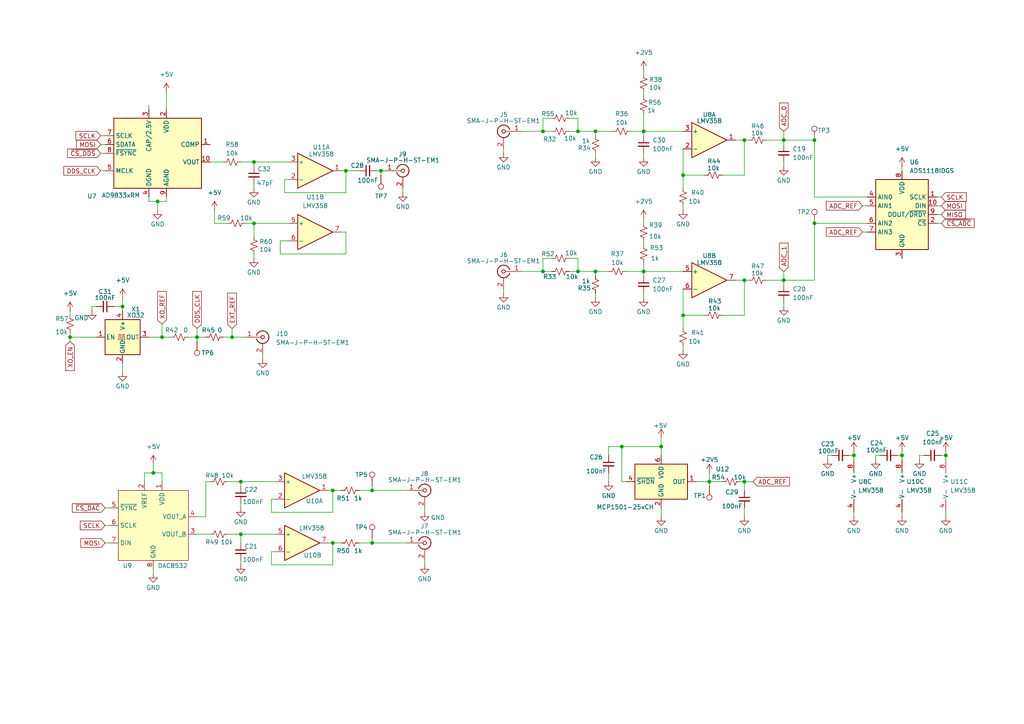
<source format=kicad_sch>
(kicad_sch (version 20231120) (generator "eeschema") (generator_version "8.0")
  (paper "A4")
  (lib_symbols
    (symbol "Amplifier_Operational:LMV358" (pin_names (offset 0.127))
      (property "Reference" "U" (at 0 5.08 0))
      (property "Value" "LMV358" (at 0 -5.08 0))
      (symbol "LMV358_1_1"
        (pin output line (at 7.62 0 180) (length 2.54) (name "~") (number "1"))
        (pin input line (at -7.62 -2.54 0) (length 2.54) (name "-") (number "2"))
        (pin input line (at -7.62 2.54 0) (length 2.54) (name "+") (number "3"))
      )
      (symbol "LMV358_2_1"
        (pin input line (at -7.62 2.54 0) (length 2.54) (name "+") (number "5"))
        (pin input line (at -7.62 -2.54 0) (length 2.54) (name "-") (number "6"))
        (pin output line (at 7.62 0 180) (length 2.54) (name "~") (number "7"))
      )
      (symbol "LMV358_3_1"
        (pin power_in line (at -2.54 -7.62 90) (length 3.81) (name "V-") (number "4"))
        (pin power_in line (at -2.54 7.62 270) (length 3.81) (name "V+") (number "8"))
      )
    )
    (symbol "Analog_ADC:ADS1118IDGS"
      (property "Reference" "U" (at 1.27 13.97 0))
      (property "Value" "ADS1118IDGS" (at 1.27 11.43 0))
      (symbol "ADS1118IDGS_1_1"
        (pin input line (at 10.16 5.08 180) (length 2.54) (name "SCLK") (number "1"))
        (pin input line (at 10.16 2.54 180) (length 2.54) (name "DIN") (number "10"))
        (pin input line (at 10.16 -2.54 180) (length 2.54) (name "~{CS}") (number "2"))
        (pin power_in line (at 0 -12.7 90) (length 2.54) (name "GND") (number "3"))
        (pin input line (at -10.16 5.08 0) (length 2.54) (name "AIN0") (number "4"))
        (pin input line (at -10.16 2.54 0) (length 2.54) (name "AIN1") (number "5"))
        (pin input line (at -10.16 -2.54 0) (length 2.54) (name "AIN2") (number "6"))
        (pin input line (at -10.16 -5.08 0) (length 2.54) (name "AIN3") (number "7"))
        (pin power_in line (at 0 12.7 270) (length 2.54) (name "VDD") (number "8"))
        (pin output line (at 10.16 0 180) (length 2.54) (name "DOUT/~{DRDY}") (number "9"))
      )
    )
    (symbol "Connector:Conn_Coaxial" (pin_names (offset 1.016) hide)
      (property "Reference" "J" (at 0.254 3.048 0))
      (property "Value" "Conn_Coaxial" (at 2.921 0 90))
      (symbol "Conn_Coaxial_1_1"
        (pin passive line (at -5.08 0 0) (length 2.54) (name "In") (number "1"))
        (pin passive line (at 0 -5.08 90) (length 2.54) (name "Ext") (number "2"))
      )
    )
    (symbol "Connector:TestPoint" (pin_numbers hide) (pin_names (offset 0.762) hide)
      (property "Reference" "TP" (at 0 6.858 0))
      (property "Value" "TestPoint" (at 0 5.08 0))
      (symbol "TestPoint_1_1"
        (pin passive line (at 0 0 90) (length 2.54) (name "1") (number "1"))
      )
    )
    (symbol "Device:C_Small" (pin_numbers hide) (pin_names (offset 0.254) hide)
      (property "Reference" "C" (at 0.254 1.778 0))
      (property "Value" "C_Small" (at 0.254 -2.032 0))
      (symbol "C_Small_1_1"
        (pin passive line (at 0 2.54 270) (length 2.032) (name "~") (number "1"))
        (pin passive line (at 0 -2.54 90) (length 2.032) (name "~") (number "2"))
      )
    )
    (symbol "Device:R_Small_US" (pin_numbers hide) (pin_names (offset 0.254) hide)
      (property "Reference" "R" (at 0.762 0.508 0))
      (property "Value" "R_Small_US" (at 0.762 -1.016 0))
      (symbol "R_Small_US_1_1"
        (pin passive line (at 0 2.54 270) (length 1.016) (name "~") (number "1"))
        (pin passive line (at 0 -2.54 90) (length 1.016) (name "~") (number "2"))
      )
    )
    (symbol "Interface:AD9833xRM"
      (property "Reference" "U" (at -12.7 11.43 0))
      (property "Value" "AD9833xRM" (at 5.08 11.43 0))
      (symbol "AD9833xRM_1_1"
        (pin passive line (at 15.24 2.54 180) (length 2.54) (name "COMP") (number "1"))
        (pin output line (at 15.24 -2.54 180) (length 2.54) (name "VOUT") (number "10"))
        (pin power_in line (at 2.54 12.7 270) (length 2.54) (name "VDD") (number "2"))
        (pin power_in line (at -2.54 12.7 270) (length 2.54) (name "CAP/2.5V") (number "3"))
        (pin power_in line (at -2.54 -12.7 90) (length 2.54) (name "DGND") (number "4"))
        (pin input line (at -15.24 -5.08 0) (length 2.54) (name "MCLK") (number "5"))
        (pin input line (at -15.24 2.54 0) (length 2.54) (name "SDATA") (number "6"))
        (pin input line (at -15.24 5.08 0) (length 2.54) (name "SCLK") (number "7"))
        (pin input line (at -15.24 0 0) (length 2.54) (name "~{FSYNC}") (number "8"))
        (pin power_in line (at 2.54 -12.7 90) (length 2.54) (name "AGND") (number "9"))
      )
    )
    (symbol "Oscillator:XO32" (pin_names (offset 0.254))
      (property "Reference" "X" (at -5.08 6.35 0))
      (property "Value" "XO32" (at 1.27 -6.35 0))
      (symbol "XO32_1_1"
        (pin input line (at -7.62 0 0) (length 2.54) (name "EN") (number "1"))
        (pin power_in line (at 0 -7.62 90) (length 2.54) (name "GND") (number "2"))
        (pin output line (at 7.62 0 180) (length 2.54) (name "OUT") (number "3"))
        (pin power_in line (at 0 7.62 270) (length 2.54) (name "V+") (number "4"))
      )
    )
    (symbol "Reference_Voltage:MCP1501-25xCH"
      (property "Reference" "U" (at -6.35 6.35 0))
      (property "Value" "MCP1501-25xCH" (at 10.16 6.35 0))
      (symbol "MCP1501-25xCH_0_0"
        (pin power_out line (at 10.16 0 180) (length 2.54) (name "OUT") (number "1"))
        (pin power_in line (at 0 -7.62 90) (length 2.54) (name "GND") (number "2"))
        (pin passive line (at 0 -7.62 90) (length 2.54) hide (name "GND") (number "3"))
        (pin input line (at -10.16 0 0) (length 2.54) (name "~{SHDN}") (number "4"))
        (pin passive line (at 0 -7.62 90) (length 2.54) hide (name "GND") (number "5"))
        (pin power_in line (at 0 7.62 270) (length 2.54) (name "VDD") (number "6"))
      )
    )
    (symbol "_tim-DAQ:DAC8532"
      (property "Reference" "U" (at 5.334 -13.462 0))
      (property "Value" "DAC8532" (at 5.334 -11.684 0))
      (symbol "DAC8532_1_1"
        (pin power_in line (at 2.54 12.7 270) (length 2.54) (name "VDD") (number "1"))
        (pin input line (at -2.54 12.7 270) (length 2.54) (name "VREF") (number "2"))
        (pin output line (at 12.7 -2.54 180) (length 2.54) (name "VOUT_B") (number "3"))
        (pin output line (at 12.7 2.54 180) (length 2.54) (name "VOUT_A") (number "4"))
        (pin input line (at -12.7 5.08 0) (length 2.54) (name "~{SYNC}") (number "5"))
        (pin input line (at -12.7 0 0) (length 2.54) (name "SCLK") (number "6"))
        (pin input line (at -12.7 -5.08 0) (length 2.54) (name "DIN") (number "7"))
        (pin power_in line (at 0 -12.7 90) (length 2.54) (name "GND") (number "8"))
      )
    )
    (symbol "power:+2V5" (power) (pin_numbers hide) (pin_names (offset 0) hide)
      (property "Value" "+2V5" (at 0 3.556 0))
      (symbol "+2V5_1_1"
        (pin power_in line (at 0 0 90) (length 0) (name "~") (number "1"))
      )
    )
    (symbol "power:+5V" (power) (pin_numbers hide) (pin_names (offset 0) hide)
      (property "Value" "+5V" (at 0 3.556 0))
      (symbol "+5V_1_1"
        (pin power_in line (at 0 0 90) (length 0) (name "~") (number "1"))
      )
    )
    (symbol "power:GND" (power) (pin_numbers hide) (pin_names (offset 0) hide)
      (property "Value" "GND" (at 0 -3.81 0))
      (symbol "GND_1_1"
        (pin power_in line (at 0 0 270) (length 0) (name "~") (number "1"))
      )
    )
  )
  (junction (at 167.64 38.1))
  (junction (at 186.69 38.1))
  (junction (at 227.33 81.28))
  (junction (at 157.48 38.1))
  (junction (at 96.52 142.24))
  (junction (at 96.52 157.48))
  (junction (at 215.9 81.28))
  (junction (at 157.48 78.74))
  (junction (at 35.56 88.9))
  (junction (at 73.66 46.99))
  (junction (at 172.72 38.1))
  (junction (at 186.69 78.74))
  (junction (at 73.66 64.77))
  (junction (at 20.32 97.79))
  (junction (at 172.72 78.74))
  (junction (at 215.9 139.7))
  (junction (at 247.65 132.08))
  (junction (at 69.85 139.7))
  (junction (at 180.34 129.54))
  (junction (at 100.33 49.53))
  (junction (at 198.12 50.8))
  (junction (at 274.32 132.08))
  (junction (at 46.99 97.79))
  (junction (at 107.95 142.24))
  (junction (at 44.45 137.16))
  (junction (at 167.64 78.74))
  (junction (at 69.85 154.94))
  (junction (at 110.49 49.53))
  (junction (at 191.77 129.54))
  (junction (at 236.22 64.77))
  (junction (at 67.31 97.79))
  (junction (at 215.9 40.64))
  (junction (at 57.15 97.79))
  (junction (at 198.12 91.44))
  (junction (at 107.95 157.48))
  (junction (at 236.22 40.64))
  (junction (at 261.62 132.08))
  (junction (at 205.74 139.7))
  (junction (at 45.72 58.42))
  (junction (at 227.33 40.64))
  (wire (pts (xy 146.05 83.82) (xy 146.05 85.09)))
  (wire (pts (xy 67.31 95.25) (xy 67.31 97.79)))
  (wire (pts (xy 227.33 87.63) (xy 227.33 88.9)))
  (wire (pts (xy 80.01 144.78) (xy 78.74 144.78)))
  (wire (pts (xy 167.64 38.1) (xy 172.72 38.1)))
  (wire (pts (xy 186.69 63.5) (xy 186.69 64.77)))
  (wire (pts (xy 20.32 97.79) (xy 27.94 97.79)))
  (wire (pts (xy 247.65 132.08) (xy 247.65 133.35)))
  (wire (pts (xy 151.13 38.1) (xy 157.48 38.1)))
  (wire (pts (xy 205.74 139.7) (xy 209.55 139.7)))
  (wire (pts (xy 26.67 88.9) (xy 27.94 88.9)))
  (wire (pts (xy 81.28 69.85) (xy 81.28 73.66)))
  (wire (pts (xy 198.12 43.18) (xy 198.12 50.8)))
  (wire (pts (xy 186.69 38.1) (xy 182.88 38.1)))
  (wire (pts (xy 236.22 64.77) (xy 236.22 81.28)))
  (wire (pts (xy 271.78 64.77) (xy 273.05 64.77)))
  (wire (pts (xy 20.32 97.79) (xy 20.32 99.06)))
  (wire (pts (xy 123.19 162.56) (xy 123.19 163.83)))
  (wire (pts (xy 78.74 163.83) (xy 96.52 163.83)))
  (wire (pts (xy 214.63 139.7) (xy 215.9 139.7)))
  (wire (pts (xy 107.95 157.48) (xy 118.11 157.48)))
  (wire (pts (xy 186.69 38.1) (xy 186.69 39.37)))
  (wire (pts (xy 191.77 129.54) (xy 191.77 132.08)))
  (wire (pts (xy 110.49 49.53) (xy 111.76 49.53)))
  (wire (pts (xy 198.12 59.69) (xy 198.12 60.96)))
  (wire (pts (xy 215.9 139.7) (xy 218.44 139.7)))
  (wire (pts (xy 46.99 137.16) (xy 46.99 139.7)))
  (wire (pts (xy 198.12 50.8) (xy 198.12 54.61)))
  (wire (pts (xy 222.25 81.28) (xy 227.33 81.28)))
  (wire (pts (xy 172.72 38.1) (xy 172.72 39.37)))
  (wire (pts (xy 215.9 139.7) (xy 215.9 142.24)))
  (wire (pts (xy 96.52 142.24) (xy 99.06 142.24)))
  (wire (pts (xy 81.28 73.66) (xy 100.33 73.66)))
  (wire (pts (xy 35.56 105.41) (xy 35.56 107.95)))
  (wire (pts (xy 43.18 30.48) (xy 43.18 31.75)))
  (wire (pts (xy 160.02 34.29) (xy 157.48 34.29)))
  (wire (pts (xy 109.22 49.53) (xy 110.49 49.53)))
  (wire (pts (xy 151.13 78.74) (xy 157.48 78.74)))
  (wire (pts (xy 167.64 78.74) (xy 172.72 78.74)))
  (wire (pts (xy 180.34 129.54) (xy 191.77 129.54)))
  (wire (pts (xy 260.35 132.08) (xy 261.62 132.08)))
  (wire (pts (xy 215.9 81.28) (xy 217.17 81.28)))
  (wire (pts (xy 209.55 91.44) (xy 215.9 91.44)))
  (wire (pts (xy 191.77 127) (xy 191.77 129.54)))
  (wire (pts (xy 157.48 78.74) (xy 160.02 78.74)))
  (wire (pts (xy 165.1 74.93) (xy 167.64 74.93)))
  (wire (pts (xy 35.56 86.36) (xy 35.56 88.9)))
  (wire (pts (xy 69.85 154.94) (xy 66.04 154.94)))
  (wire (pts (xy 205.74 137.16) (xy 205.74 139.7)))
  (wire (pts (xy 236.22 57.15) (xy 251.46 57.15)))
  (wire (pts (xy 186.69 26.67) (xy 186.69 27.94)))
  (wire (pts (xy 20.32 96.52) (xy 20.32 97.79)))
  (wire (pts (xy 96.52 163.83) (xy 96.52 157.48)))
  (wire (pts (xy 48.26 26.67) (xy 48.26 31.75)))
  (wire (pts (xy 186.69 20.32) (xy 186.69 21.59)))
  (wire (pts (xy 254 133.35) (xy 254 132.08)))
  (wire (pts (xy 30.48 147.32) (xy 31.75 147.32)))
  (wire (pts (xy 44.45 137.16) (xy 46.99 137.16)))
  (wire (pts (xy 274.32 148.59) (xy 274.32 149.86)))
  (wire (pts (xy 205.74 139.7) (xy 205.74 140.97)))
  (wire (pts (xy 157.48 38.1) (xy 160.02 38.1)))
  (wire (pts (xy 240.03 132.08) (xy 241.3 132.08)))
  (wire (pts (xy 266.7 132.08) (xy 267.97 132.08)))
  (wire (pts (xy 78.74 148.59) (xy 96.52 148.59)))
  (wire (pts (xy 198.12 91.44) (xy 198.12 95.25)))
  (wire (pts (xy 69.85 162.56) (xy 69.85 163.83)))
  (wire (pts (xy 69.85 157.48) (xy 69.85 154.94)))
  (wire (pts (xy 250.19 59.69) (xy 251.46 59.69)))
  (wire (pts (xy 261.62 130.81) (xy 261.62 132.08)))
  (wire (pts (xy 201.93 139.7) (xy 205.74 139.7)))
  (wire (pts (xy 157.48 34.29) (xy 157.48 38.1)))
  (wire (pts (xy 96.52 142.24) (xy 95.25 142.24)))
  (wire (pts (xy 247.65 130.81) (xy 247.65 132.08)))
  (wire (pts (xy 73.66 64.77) (xy 71.12 64.77)))
  (wire (pts (xy 83.82 69.85) (xy 81.28 69.85)))
  (wire (pts (xy 186.69 69.85) (xy 186.69 71.12)))
  (wire (pts (xy 59.69 149.86) (xy 57.15 149.86)))
  (wire (pts (xy 198.12 91.44) (xy 204.47 91.44)))
  (wire (pts (xy 57.15 97.79) (xy 54.61 97.79)))
  (wire (pts (xy 198.12 50.8) (xy 204.47 50.8)))
  (wire (pts (xy 80.01 160.02) (xy 78.74 160.02)))
  (wire (pts (xy 26.67 90.17) (xy 26.67 88.9)))
  (wire (pts (xy 69.85 139.7) (xy 69.85 140.97)))
  (wire (pts (xy 157.48 74.93) (xy 157.48 78.74)))
  (wire (pts (xy 227.33 38.1) (xy 227.33 40.64)))
  (wire (pts (xy 271.78 62.23) (xy 273.05 62.23)))
  (wire (pts (xy 73.66 46.99) (xy 73.66 48.26)))
  (wire (pts (xy 227.33 40.64) (xy 227.33 41.91)))
  (wire (pts (xy 261.62 148.59) (xy 261.62 149.86)))
  (wire (pts (xy 240.03 133.35) (xy 240.03 132.08)))
  (wire (pts (xy 100.33 67.31) (xy 99.06 67.31)))
  (wire (pts (xy 82.55 55.88) (xy 100.33 55.88)))
  (wire (pts (xy 181.61 78.74) (xy 186.69 78.74)))
  (wire (pts (xy 41.91 139.7) (xy 41.91 137.16)))
  (wire (pts (xy 96.52 157.48) (xy 99.06 157.48)))
  (wire (pts (xy 274.32 132.08) (xy 274.32 133.35)))
  (wire (pts (xy 251.46 64.77) (xy 236.22 64.77)))
  (wire (pts (xy 176.53 137.16) (xy 176.53 139.7)))
  (wire (pts (xy 250.19 67.31) (xy 251.46 67.31)))
  (wire (pts (xy 227.33 81.28) (xy 236.22 81.28)))
  (wire (pts (xy 186.69 38.1) (xy 198.12 38.1)))
  (wire (pts (xy 209.55 50.8) (xy 215.9 50.8)))
  (wire (pts (xy 100.33 73.66) (xy 100.33 67.31)))
  (wire (pts (xy 100.33 49.53) (xy 104.14 49.53)))
  (wire (pts (xy 186.69 33.02) (xy 186.69 38.1)))
  (wire (pts (xy 172.72 78.74) (xy 176.53 78.74)))
  (wire (pts (xy 29.21 44.45) (xy 30.48 44.45)))
  (wire (pts (xy 186.69 76.2) (xy 186.69 78.74)))
  (wire (pts (xy 181.61 139.7) (xy 180.34 139.7)))
  (wire (pts (xy 44.45 165.1) (xy 44.45 166.37)))
  (wire (pts (xy 107.95 140.97) (xy 107.95 142.24)))
  (wire (pts (xy 100.33 55.88) (xy 100.33 49.53)))
  (wire (pts (xy 33.02 88.9) (xy 35.56 88.9)))
  (wire (pts (xy 254 132.08) (xy 255.27 132.08)))
  (wire (pts (xy 215.9 147.32) (xy 215.9 149.86)))
  (wire (pts (xy 73.66 73.66) (xy 73.66 74.93)))
  (wire (pts (xy 107.95 156.21) (xy 107.95 157.48)))
  (wire (pts (xy 215.9 50.8) (xy 215.9 40.64)))
  (wire (pts (xy 107.95 142.24) (xy 118.11 142.24)))
  (wire (pts (xy 66.04 64.77) (xy 62.23 64.77)))
  (wire (pts (xy 222.25 40.64) (xy 227.33 40.64)))
  (wire (pts (xy 246.38 132.08) (xy 247.65 132.08)))
  (wire (pts (xy 59.69 139.7) (xy 59.69 149.86)))
  (wire (pts (xy 62.23 64.77) (xy 62.23 60.96)))
  (wire (pts (xy 110.49 49.53) (xy 110.49 50.8)))
  (wire (pts (xy 46.99 93.98) (xy 46.99 97.79)))
  (wire (pts (xy 160.02 74.93) (xy 157.48 74.93)))
  (wire (pts (xy 83.82 52.07) (xy 82.55 52.07)))
  (wire (pts (xy 82.55 52.07) (xy 82.55 55.88)))
  (wire (pts (xy 271.78 59.69) (xy 273.05 59.69)))
  (wire (pts (xy 73.66 53.34) (xy 73.66 54.61)))
  (wire (pts (xy 67.31 97.79) (xy 71.12 97.79)))
  (wire (pts (xy 172.72 85.09) (xy 172.72 86.36)))
  (wire (pts (xy 191.77 147.32) (xy 191.77 149.86)))
  (wire (pts (xy 57.15 154.94) (xy 60.96 154.94)))
  (wire (pts (xy 48.26 58.42) (xy 45.72 58.42)))
  (wire (pts (xy 271.78 57.15) (xy 273.05 57.15)))
  (wire (pts (xy 146.05 43.18) (xy 146.05 44.45)))
  (wire (pts (xy 167.64 34.29) (xy 167.64 38.1)))
  (wire (pts (xy 73.66 46.99) (xy 83.82 46.99)))
  (wire (pts (xy 215.9 91.44) (xy 215.9 81.28)))
  (wire (pts (xy 69.85 46.99) (xy 73.66 46.99)))
  (wire (pts (xy 41.91 137.16) (xy 44.45 137.16)))
  (wire (pts (xy 29.21 41.91) (xy 30.48 41.91)))
  (wire (pts (xy 96.52 157.48) (xy 95.25 157.48)))
  (wire (pts (xy 213.36 81.28) (xy 215.9 81.28)))
  (wire (pts (xy 236.22 40.64) (xy 236.22 57.15)))
  (wire (pts (xy 247.65 148.59) (xy 247.65 149.86)))
  (wire (pts (xy 45.72 58.42) (xy 45.72 60.96)))
  (wire (pts (xy 69.85 154.94) (xy 80.01 154.94)))
  (wire (pts (xy 215.9 40.64) (xy 213.36 40.64)))
  (wire (pts (xy 165.1 78.74) (xy 167.64 78.74)))
  (wire (pts (xy 227.33 78.74) (xy 227.33 81.28)))
  (wire (pts (xy 29.21 49.53) (xy 30.48 49.53)))
  (wire (pts (xy 274.32 132.08) (xy 274.32 130.81)))
  (wire (pts (xy 215.9 40.64) (xy 217.17 40.64)))
  (wire (pts (xy 69.85 139.7) (xy 80.01 139.7)))
  (wire (pts (xy 167.64 74.93) (xy 167.64 78.74)))
  (wire (pts (xy 165.1 34.29) (xy 167.64 34.29)))
  (wire (pts (xy 35.56 88.9) (xy 35.56 90.17)))
  (wire (pts (xy 66.04 139.7) (xy 69.85 139.7)))
  (wire (pts (xy 73.66 64.77) (xy 83.82 64.77)))
  (wire (pts (xy 60.96 46.99) (xy 64.77 46.99)))
  (wire (pts (xy 266.7 133.35) (xy 266.7 132.08)))
  (wire (pts (xy 46.99 97.79) (xy 49.53 97.79)))
  (wire (pts (xy 30.48 157.48) (xy 31.75 157.48)))
  (wire (pts (xy 172.72 44.45) (xy 172.72 45.72)))
  (wire (pts (xy 44.45 134.62) (xy 44.45 137.16)))
  (wire (pts (xy 78.74 144.78) (xy 78.74 148.59)))
  (wire (pts (xy 104.14 157.48) (xy 107.95 157.48)))
  (wire (pts (xy 57.15 97.79) (xy 57.15 99.06)))
  (wire (pts (xy 186.69 44.45) (xy 186.69 45.72)))
  (wire (pts (xy 69.85 146.05) (xy 69.85 147.32)))
  (wire (pts (xy 116.84 54.61) (xy 116.84 55.88)))
  (wire (pts (xy 273.05 132.08) (xy 274.32 132.08)))
  (wire (pts (xy 227.33 40.64) (xy 236.22 40.64)))
  (wire (pts (xy 76.2 102.87) (xy 76.2 104.14)))
  (wire (pts (xy 78.74 160.02) (xy 78.74 163.83)))
  (wire (pts (xy 261.62 48.26) (xy 261.62 49.53)))
  (wire (pts (xy 100.33 49.53) (xy 99.06 49.53)))
  (wire (pts (xy 198.12 83.82) (xy 198.12 91.44)))
  (wire (pts (xy 59.69 139.7) (xy 60.96 139.7)))
  (wire (pts (xy 96.52 148.59) (xy 96.52 142.24)))
  (wire (pts (xy 123.19 147.32) (xy 123.19 148.59)))
  (wire (pts (xy 172.72 78.74) (xy 172.72 80.01)))
  (wire (pts (xy 186.69 78.74) (xy 198.12 78.74)))
  (wire (pts (xy 180.34 139.7) (xy 180.34 129.54)))
  (wire (pts (xy 227.33 46.99) (xy 227.33 48.26)))
  (wire (pts (xy 261.62 132.08) (xy 261.62 133.35)))
  (wire (pts (xy 176.53 132.08) (xy 176.53 129.54)))
  (wire (pts (xy 64.77 97.79) (xy 67.31 97.79)))
  (wire (pts (xy 57.15 95.25) (xy 57.15 97.79)))
  (wire (pts (xy 48.26 57.15) (xy 48.26 58.42)))
  (wire (pts (xy 57.15 97.79) (xy 59.69 97.79)))
  (wire (pts (xy 186.69 78.74) (xy 186.69 80.01)))
  (wire (pts (xy 227.33 81.28) (xy 227.33 82.55)))
  (wire (pts (xy 73.66 68.58) (xy 73.66 64.77)))
  (wire (pts (xy 176.53 129.54) (xy 180.34 129.54)))
  (wire (pts (xy 46.99 97.79) (xy 43.18 97.79)))
  (wire (pts (xy 43.18 57.15) (xy 43.18 58.42)))
  (wire (pts (xy 30.48 152.4) (xy 31.75 152.4)))
  (wire (pts (xy 29.21 39.37) (xy 30.48 39.37)))
  (wire (pts (xy 20.32 90.17) (xy 20.32 91.44)))
  (wire (pts (xy 172.72 38.1) (xy 177.8 38.1)))
  (wire (pts (xy 165.1 38.1) (xy 167.64 38.1)))
  (wire (pts (xy 186.69 85.09) (xy 186.69 86.36)))
  (wire (pts (xy 198.12 100.33) (xy 198.12 101.6)))
  (wire (pts (xy 104.14 142.24) (xy 107.95 142.24)))
  (wire (pts (xy 43.18 58.42) (xy 45.72 58.42)))
  (global_label "SCLK" (shape input) (at 30.48 152.4 180) (property "Intersheetrefs" "${INTERSHEET_REFS}" (effects (hide yes))))
  (global_label "ADC_REF" (shape input) (at 250.19 67.31 180) (property "Intersheetrefs" "${INTERSHEET_REFS}" (effects (hide yes))))
  (global_label "ADC_1" (shape input) (at 227.33 78.74 90) (property "Intersheetrefs" "${INTERSHEET_REFS}" (effects (hide yes))))
  (global_label "XO_REF" (shape input) (at 46.99 93.98 90) (property "Intersheetrefs" "${INTERSHEET_REFS}" (effects (hide yes))))
  (global_label "MOSI" (shape input) (at 30.48 157.48 180) (property "Intersheetrefs" "${INTERSHEET_REFS}" (effects (hide yes))))
  (global_label "EXT_REF" (shape input) (at 67.31 95.25 90) (property "Intersheetrefs" "${INTERSHEET_REFS}" (effects (hide yes))))
  (global_label "SCLK" (shape input) (at 29.21 39.37 180) (property "Intersheetrefs" "${INTERSHEET_REFS}" (effects (hide yes))))
  (global_label "ADC_REF" (shape input) (at 250.19 59.69 180) (property "Intersheetrefs" "${INTERSHEET_REFS}" (effects (hide yes))))
  (global_label "DDS_CLK" (shape input) (at 29.21 49.53 180) (property "Intersheetrefs" "${INTERSHEET_REFS}" (effects (hide yes))))
  (global_label "~{CS_DAC}" (shape input) (at 30.48 147.32 180) (property "Intersheetrefs" "${INTERSHEET_REFS}" (effects (hide yes))))
  (global_label "SCLK" (shape input) (at 273.05 57.15 0) (property "Intersheetrefs" "${INTERSHEET_REFS}" (effects (hide yes))))
  (global_label "~{CS_DDS}" (shape input) (at 29.21 44.45 180) (property "Intersheetrefs" "${INTERSHEET_REFS}" (effects (hide yes))))
  (global_label "MOSI" (shape input) (at 29.21 41.91 180) (property "Intersheetrefs" "${INTERSHEET_REFS}" (effects (hide yes))))
  (global_label "MISO" (shape input) (at 273.05 62.23 0) (property "Intersheetrefs" "${INTERSHEET_REFS}" (effects (hide yes))))
  (global_label "DDS_CLK" (shape input) (at 57.15 95.25 90) (property "Intersheetrefs" "${INTERSHEET_REFS}" (effects (hide yes))))
  (global_label "ADC_0" (shape input) (at 227.33 38.1 90) (property "Intersheetrefs" "${INTERSHEET_REFS}" (effects (hide yes))))
  (global_label "MOSI" (shape input) (at 273.05 59.69 0) (property "Intersheetrefs" "${INTERSHEET_REFS}" (effects (hide yes))))
  (global_label "ADC_REF" (shape input) (at 218.44 139.7 0) (property "Intersheetrefs" "${INTERSHEET_REFS}" (effects (hide yes))))
  (global_label "XO_EN" (shape input) (at 20.32 99.06 270) (property "Intersheetrefs" "${INTERSHEET_REFS}" (effects (hide yes))))
  (global_label "~{CS_ADC}" (shape input) (at 273.05 64.77 0) (property "Intersheetrefs" "${INTERSHEET_REFS}" (effects (hide yes))))
  (symbol (lib_id "power:GND") (at 227.33 48.26 0) (unit 1)
    (property "Reference" "#PWR045" (effects (hide yes)))
    (property "Value" "GND" (at 227.33 52.324 0))
    (property "Description" "Power symbol creates a global label with name \"GND\" , ground" (effects (hide yes)))
  )
  (symbol (lib_id "power:GND") (at 247.65 149.86 0) (unit 1)
    (property "Reference" "#PWR057" (effects (hide yes)))
    (property "Value" "GND" (at 247.65 153.924 0))
    (property "Description" "Power symbol creates a global label with name \"GND\" , ground" (effects (hide yes)))
  )
  (symbol (lib_id "Amplifier_Operational:LMV358") (at 250.19 140.97 0) (unit 3)
    (property "Reference" "U8" (at 248.92 139.6999 0) (effects (justify left)))
    (property "Value" "LMV358" (at 248.92 142.2399 0) (effects (justify left)))
    (property "Datasheet" "http://www.ti.com/lit/ds/symlink/lmv324.pdf" (effects (hide yes)))
    (property "Description" "Dual Low-Voltage Rail-to-Rail Output Operational Amplifiers, SOIC-8/SSOP-8" (effects (hide yes)))
  )
  (symbol (lib_id "power:+5V") (at 62.23 60.96 0) (unit 1)
    (property "Reference" "#PWR082" (effects (hide yes)))
    (property "Value" "+5V" (at 62.23 55.88 0))
    (property "Description" "Power symbol creates a global label with name \"+5V\"" (effects (hide yes)))
  )
  (symbol (lib_id "Device:R_Small_US") (at 162.56 38.1 90) (unit 1)
    (property "Reference" "R32" (at 157.48 40.386 90) (effects (justify right)))
    (property "Value" "10k" (at 163.576 40.132 90) (effects (justify right)))
    (property "Description" "Resistor, small US symbol" (effects (hide yes)))
  )
  (symbol (lib_id "power:GND") (at 198.12 60.96 0) (unit 1)
    (property "Reference" "#PWR043" (effects (hide yes)))
    (property "Value" "GND" (at 198.12 65.024 0))
    (property "Description" "Power symbol creates a global label with name \"GND\" , ground" (effects (hide yes)))
  )
  (symbol (lib_id "power:GND") (at 215.9 149.86 0) (unit 1)
    (property "Reference" "#PWR071" (effects (hide yes)))
    (property "Value" "GND" (at 215.9 153.924 0))
    (property "Description" "Power symbol creates a global label with name \"GND\" , ground" (effects (hide yes)))
  )
  (symbol (lib_id "Amplifier_Operational:LMV358") (at 276.86 140.97 0) (unit 3)
    (property "Reference" "U11" (at 275.59 139.6999 0) (effects (justify left)))
    (property "Value" "LMV358" (at 275.59 142.2399 0) (effects (justify left)))
    (property "Datasheet" "http://www.ti.com/lit/ds/symlink/lmv324.pdf" (effects (hide yes)))
    (property "Description" "Dual Low-Voltage Rail-to-Rail Output Operational Amplifiers, SOIC-8/SSOP-8" (effects (hide yes)))
  )
  (symbol (lib_id "Device:R_Small_US") (at 219.71 81.28 270) (unit 1)
    (property "Reference" "R47" (at 221.742 77.216 90) (effects (justify right)))
    (property "Value" "10k" (at 221.488 79.248 90) (effects (justify right)))
    (property "Description" "Resistor, small US symbol" (effects (hide yes)))
  )
  (symbol (lib_id "Device:C_Small") (at 69.85 143.51 0) (unit 1)
    (property "Reference" "C22" (at 70.866 141.986 0) (effects (justify left)))
    (property "Value" "100nF" (at 70.358 145.542 0) (effects (justify left)))
    (property "Description" "Unpolarized capacitor, small symbol" (effects (hide yes)))
  )
  (symbol (lib_id "Device:C_Small") (at 186.69 41.91 0) (unit 1)
    (property "Reference" "C30" (at 189.23 40.6462 0) (effects (justify left)))
    (property "Value" "100nF" (at 189.23 43.1862 0) (effects (justify left)))
    (property "Description" "Unpolarized capacitor, small symbol" (effects (hide yes)))
  )
  (symbol (lib_id "Device:R_Small_US") (at 207.01 50.8 270) (unit 1)
    (property "Reference" "R44" (at 209.042 46.736 90) (effects (justify right)))
    (property "Value" "10k" (at 208.788 48.768 90) (effects (justify right)))
    (property "Description" "Resistor, small US symbol" (effects (hide yes)))
  )
  (symbol (lib_id "Device:R_Small_US") (at 52.07 97.79 90) (unit 1)
    (property "Reference" "R42" (at 49.784 95.758 90))
    (property "Value" "0" (at 53.848 95.758 90))
    (property "Footprint" "Resistor_SMD:R_0603_1608Metric" (effects (hide yes)))
    (property "Description" "Resistor, small US symbol" (effects (hide yes)))
  )
  (symbol (lib_id "Amplifier_Operational:LMV358") (at 205.74 81.28 0) (unit 2)
    (property "Reference" "U8" (at 205.74 74.168 0))
    (property "Value" "LMV358" (at 205.74 76.2 0))
    (property "Datasheet" "http://www.ti.com/lit/ds/symlink/lmv324.pdf" (effects (hide yes)))
    (property "Description" "Dual Low-Voltage Rail-to-Rail Output Operational Amplifiers, SOIC-8/SSOP-8" (effects (hide yes)))
  )
  (symbol (lib_id "Device:C_Small") (at 73.66 50.8 0) (unit 1)
    (property "Reference" "C32" (at 74.676 49.022 0) (effects (justify left)))
    (property "Value" "47pF" (at 74.422 53.086 0) (effects (justify left)))
    (property "Footprint" "Capacitor_SMD:C_0402_1005Metric" (effects (hide yes)))
    (property "Description" "Unpolarized capacitor, small symbol" (effects (hide yes)))
  )
  (symbol (lib_id "Device:R_Small_US") (at 101.6 142.24 90) (unit 1)
    (property "Reference" "R51" (at 99.568 144.526 90))
    (property "Value" "1k" (at 103.886 144.526 90))
    (property "Description" "Resistor, small US symbol" (effects (hide yes)))
  )
  (symbol (lib_id "Amplifier_Operational:LMV358") (at 91.44 67.31 0) (unit 2)
    (property "Reference" "U11" (at 91.44 57.15 0))
    (property "Value" "LMV358" (at 91.44 59.69 0))
    (property "Datasheet" "http://www.ti.com/lit/ds/symlink/lmv324.pdf" (effects (hide yes)))
    (property "Description" "Dual Low-Voltage Rail-to-Rail Output Operational Amplifiers, SOIC-8/SSOP-8" (effects (hide yes)))
  )
  (symbol (lib_id "power:+2V5") (at 205.74 137.16 0) (unit 1)
    (property "Reference" "#PWR038" (effects (hide yes)))
    (property "Value" "+2V5" (at 205.74 133.35 0))
    (property "Description" "Power symbol creates a global label with name \"+2V5\"" (effects (hide yes)))
  )
  (symbol (lib_id "Connector:Conn_Coaxial") (at 116.84 49.53 0) (unit 1)
    (property "Reference" "J9" (at 115.57 44.704 0) (effects (justify left)))
    (property "Value" "SMA-J-P-H-ST-EM1" (at 106.172 46.482 0) (effects (justify left)))
    (property "Footprint" "Connector_Coaxial:SMA_Samtec_SMA-J-P-X-ST-EM1_EdgeMount" (effects (hide yes)))
    (property "Datasheet" "https://mm.digikey.com/Volume0/opasdata/d220001/medias/docus/6129/sma-j-p-x-st-em1-mkt.pdf" (effects (hide yes)))
    (property "Description" "coaxial connector (BNC, SMA, SMB, SMC, Cinch/RCA, LEMO, ...)" (effects (hide yes)))
    (property "Digikey" "SAM8857-ND" (effects (hide yes)))
  )
  (symbol (lib_id "power:GND") (at 266.7 133.35 0) (unit 1)
    (property "Reference" "#PWR061" (effects (hide yes)))
    (property "Value" "GND" (at 266.7 137.414 0))
    (property "Description" "Power symbol creates a global label with name \"GND\" , ground" (effects (hide yes)))
  )
  (symbol (lib_id "Device:R_Small_US") (at 179.07 78.74 90) (unit 1)
    (property "Reference" "R37" (at 179.07 73.66 90))
    (property "Value" "10k" (at 179.07 76.2 90))
    (property "Description" "Resistor, small US symbol" (effects (hide yes)))
  )
  (symbol (lib_id "power:GND") (at 69.85 147.32 0) (unit 1)
    (property "Reference" "#PWR051" (effects (hide yes)))
    (property "Value" "GND" (at 69.85 151.384 0))
    (property "Description" "Power symbol creates a global label with name \"GND\" , ground" (effects (hide yes)))
  )
  (symbol (lib_id "Device:C_Small") (at 106.68 49.53 90) (unit 1)
    (property "Reference" "C28" (at 103.632 48.006 90))
    (property "Value" "100nF" (at 106.68 52.324 90))
    (property "Description" "Unpolarized capacitor, small symbol" (effects (hide yes)))
  )
  (symbol (lib_id "power:GND") (at 191.77 149.86 0) (unit 1)
    (property "Reference" "#PWR064" (effects (hide yes)))
    (property "Value" "GND" (at 191.77 153.924 0))
    (property "Description" "Power symbol creates a global label with name \"GND\" , ground" (effects (hide yes)))
  )
  (symbol (lib_id "Device:C_Small") (at 176.53 134.62 0) (unit 1)
    (property "Reference" "C26" (at 170.942 132.588 0) (effects (justify left)))
    (property "Value" "100nF" (at 169.926 136.652 0) (effects (justify left)))
    (property "Description" "Unpolarized capacitor, small symbol" (effects (hide yes)))
  )
  (symbol (lib_id "power:GND") (at 274.32 149.86 0) (unit 1)
    (property "Reference" "#PWR055" (effects (hide yes)))
    (property "Value" "GND" (at 274.32 153.924 0))
    (property "Description" "Power symbol creates a global label with name \"GND\" , ground" (effects (hide yes)))
  )
  (symbol (lib_id "Device:C_Small") (at 257.81 132.08 90) (unit 1)
    (property "Reference" "C24" (at 254.254 128.524 90))
    (property "Value" "100nF" (at 254.254 130.556 90))
    (property "Description" "Unpolarized capacitor, small symbol" (effects (hide yes)))
  )
  (symbol (lib_id "Connector:TestPoint") (at 236.22 40.64 0) (unit 1) (in_bom no)
    (property "Reference" "TP3" (at 240.792 37.846 0) (effects (justify right)))
    (property "Value" "TestPoint" (effects (hide yes)))
    (property "Description" "test point" (effects (hide yes)))
  )
  (symbol (lib_id "power:GND") (at 240.03 133.35 0) (unit 1)
    (property "Reference" "#PWR058" (effects (hide yes)))
    (property "Value" "GND" (at 240.03 137.414 0))
    (property "Description" "Power symbol creates a global label with name \"GND\" , ground" (effects (hide yes)))
  )
  (symbol (lib_id "Interface:AD9833xRM") (at 45.72 44.45 0) (unit 1)
    (property "Reference" "U7" (at 26.67 56.896 0))
    (property "Value" "AD9833xRM" (at 35.052 56.642 0))
    (property "Footprint" "Package_SO:MSOP-10_3x3mm_P0.5mm" (effects (hide yes)))
    (property "Datasheet" "https://www.analog.com/media/en/technical-documentation/data-sheets/ad9833.pdf" (effects (hide yes)))
    (property "Description" "10 bit 25 MHz Programmable Waveform Generator, 2.3V to 5.5V, 12.65mW, MSOP-10" (effects (hide yes)))
  )
  (symbol (lib_id "Device:R_Small_US") (at 63.5 139.7 90) (unit 1)
    (property "Reference" "R48" (at 61.468 137.922 90))
    (property "Value" "10k" (at 66.04 137.922 90))
    (property "Description" "Resistor, small US symbol" (effects (hide yes)))
  )
  (symbol (lib_id "power:GND") (at 26.67 90.17 0) (unit 1)
    (property "Reference" "#PWR074" (effects (hide yes)))
    (property "Value" "GND" (at 23.622 92.202 0))
    (property "Description" "Power symbol creates a global label with name \"GND\" , ground" (effects (hide yes)))
  )
  (symbol (lib_id "Connector:TestPoint") (at 57.15 99.06 180) (unit 1) (in_bom no)
    (property "Reference" "TP6" (at 58.42 102.362 0) (effects (justify right)))
    (property "Value" "TestPoint" (effects (hide yes)))
    (property "Description" "test point" (effects (hide yes)))
  )
  (symbol (lib_id "Connector:TestPoint") (at 107.95 140.97 0) (unit 1) (in_bom no)
    (property "Reference" "TP5" (at 106.68 137.668 0) (effects (justify right)))
    (property "Value" "TestPoint" (effects (hide yes)))
    (property "Description" "test point" (effects (hide yes)))
  )
  (symbol (lib_id "Device:R_Small_US") (at 186.69 30.48 180) (unit 1)
    (property "Reference" "R56" (at 187.96 29.718 0) (effects (justify right)))
    (property "Value" "1k" (at 187.706 32.004 0) (effects (justify right)))
    (property "Description" "Resistor, small US symbol" (effects (hide yes)))
  )
  (symbol (lib_id "power:GND") (at 123.19 148.59 0) (unit 1)
    (property "Reference" "#PWR054" (effects (hide yes)))
    (property "Value" "GND" (at 127 150.114 0))
    (property "Description" "Power symbol creates a global label with name \"GND\" , ground" (effects (hide yes)))
  )
  (symbol (lib_id "Device:R_Small_US") (at 180.34 38.1 90) (unit 1)
    (property "Reference" "R36" (at 180.34 33.02 90))
    (property "Value" "10k" (at 180.34 35.56 90))
    (property "Description" "Resistor, small US symbol" (effects (hide yes)))
  )
  (symbol (lib_id "Device:C_Small") (at 215.9 144.78 0) (unit 1)
    (property "Reference" "C29" (at 210.312 142.748 0) (effects (justify left)))
    (property "Value" "100nF" (at 209.296 146.812 0) (effects (justify left)))
    (property "Description" "Unpolarized capacitor, small symbol" (effects (hide yes)))
  )
  (symbol (lib_id "power:GND") (at 254 133.35 0) (unit 1)
    (property "Reference" "#PWR060" (effects (hide yes)))
    (property "Value" "GND" (at 254 137.414 0))
    (property "Description" "Power symbol creates a global label with name \"GND\" , ground" (effects (hide yes)))
  )
  (symbol (lib_id "Device:R_Small_US") (at 198.12 97.79 180) (unit 1)
    (property "Reference" "R41" (at 200.406 96.52 0) (effects (justify right)))
    (property "Value" "10k" (at 199.644 99.06 0) (effects (justify right)))
    (property "Description" "Resistor, small US symbol" (effects (hide yes)))
  )
  (symbol (lib_id "Device:R_Small_US") (at 207.01 91.44 270) (unit 1)
    (property "Reference" "R43" (at 209.296 87.376 90) (effects (justify right)))
    (property "Value" "10k" (at 209.042 89.408 90) (effects (justify right)))
    (property "Description" "Resistor, small US symbol" (effects (hide yes)))
  )
  (symbol (lib_id "Amplifier_Operational:LMV358") (at 205.74 40.64 0) (unit 1)
    (property "Reference" "U8" (at 205.74 33.274 0))
    (property "Value" "LMV358" (at 205.74 35.052 0))
    (property "Datasheet" "http://www.ti.com/lit/ds/symlink/lmv324.pdf" (effects (hide yes)))
    (property "Description" "Dual Low-Voltage Rail-to-Rail Output Operational Amplifiers, SOIC-8/SSOP-8" (effects (hide yes)))
  )
  (symbol (lib_id "power:+5V") (at 48.26 26.67 0) (unit 1)
    (property "Reference" "#PWR081" (effects (hide yes)))
    (property "Value" "+5V" (at 48.26 21.59 0))
    (property "Description" "Power symbol creates a global label with name \"+5V\"" (effects (hide yes)))
  )
  (symbol (lib_id "power:GND") (at 172.72 45.72 0) (unit 1)
    (property "Reference" "#PWR041" (effects (hide yes)))
    (property "Value" "GND" (at 172.72 49.784 0))
    (property "Description" "Power symbol creates a global label with name \"GND\" , ground" (effects (hide yes)))
  )
  (symbol (lib_id "Device:R_Small_US") (at 20.32 93.98 180) (unit 1)
    (property "Reference" "R57" (at 16.002 92.456 0) (effects (justify right)))
    (property "Value" "10k" (at 16.002 96.266 0) (effects (justify right)))
    (property "Description" "Resistor, small US symbol" (effects (hide yes)))
  )
  (symbol (lib_id "Device:C_Small") (at 186.69 82.55 0) (unit 1)
    (property "Reference" "C27" (at 189.23 81.2862 0) (effects (justify left)))
    (property "Value" "100nF" (at 189.23 83.8262 0) (effects (justify left)))
    (property "Description" "Unpolarized capacitor, small symbol" (effects (hide yes)))
  )
  (symbol (lib_id "power:+5V") (at 261.62 130.81 0) (unit 1)
    (property "Reference" "#PWR062" (effects (hide yes)))
    (property "Value" "+5V" (at 261.62 127 0))
    (property "Description" "Power symbol creates a global label with name \"+5V\"" (effects (hide yes)))
  )
  (symbol (lib_id "power:GND") (at 198.12 101.6 0) (unit 1)
    (property "Reference" "#PWR044" (effects (hide yes)))
    (property "Value" "GND" (at 198.12 105.664 0))
    (property "Description" "Power symbol creates a global label with name \"GND\" , ground" (effects (hide yes)))
  )
  (symbol (lib_id "power:GND") (at 146.05 44.45 0) (unit 1)
    (property "Reference" "#PWR039" (effects (hide yes)))
    (property "Value" "GND" (at 146.05 48.514 0))
    (property "Description" "Power symbol creates a global label with name \"GND\" , ground" (effects (hide yes)))
  )
  (symbol (lib_id "power:GND") (at 186.69 45.72 0) (unit 1)
    (property "Reference" "#PWR072" (effects (hide yes)))
    (property "Value" "GND" (at 186.69 49.784 0))
    (property "Description" "Power symbol creates a global label with name \"GND\" , ground" (effects (hide yes)))
  )
  (symbol (lib_id "Amplifier_Operational:LMV358") (at 87.63 142.24 0) (unit 1)
    (property "Reference" "U10" (at 91.186 145.288 0))
    (property "Value" "LMV358" (at 91.186 138.176 0))
    (property "Datasheet" "http://www.ti.com/lit/ds/symlink/lmv324.pdf" (effects (hide yes)))
    (property "Description" "Dual Low-Voltage Rail-to-Rail Output Operational Amplifiers, SOIC-8/SSOP-8" (effects (hide yes)))
  )
  (symbol (lib_id "power:GND") (at 172.72 86.36 0) (unit 1)
    (property "Reference" "#PWR042" (effects (hide yes)))
    (property "Value" "GND" (at 172.72 90.424 0))
    (property "Description" "Power symbol creates a global label with name \"GND\" , ground" (effects (hide yes)))
  )
  (symbol (lib_id "power:GND") (at 69.85 163.83 0) (unit 1)
    (property "Reference" "#PWR050" (effects (hide yes)))
    (property "Value" "GND" (at 69.85 167.894 0))
    (property "Description" "Power symbol creates a global label with name \"GND\" , ground" (effects (hide yes)))
  )
  (symbol (lib_id "Connector:TestPoint") (at 110.49 50.8 180) (unit 1) (in_bom no)
    (property "Reference" "TP7" (at 108.712 56.896 0) (effects (justify right)))
    (property "Value" "TestPoint" (effects (hide yes)))
    (property "Description" "test point" (effects (hide yes)))
  )
  (symbol (lib_id "power:+5V") (at 35.56 86.36 0) (unit 1)
    (property "Reference" "#PWR075" (effects (hide yes)))
    (property "Value" "+5V" (at 35.56 81.28 0))
    (property "Description" "Power symbol creates a global label with name \"+5V\"" (effects (hide yes)))
  )
  (symbol (lib_id "Device:R_Small_US") (at 198.12 57.15 180) (unit 1)
    (property "Reference" "R40" (at 200.406 55.88 0) (effects (justify right)))
    (property "Value" "10k" (at 199.644 58.42 0) (effects (justify right)))
    (property "Description" "Resistor, small US symbol" (effects (hide yes)))
  )
  (symbol (lib_id "Amplifier_Operational:LMV358") (at 264.16 140.97 0) (unit 3)
    (property "Reference" "U10" (at 262.89 139.6999 0) (effects (justify left)))
    (property "Value" "LMV358" (at 262.89 142.2399 0) (effects (justify left)))
    (property "Datasheet" "http://www.ti.com/lit/ds/symlink/lmv324.pdf" (effects (hide yes)))
    (property "Description" "Dual Low-Voltage Rail-to-Rail Output Operational Amplifiers, SOIC-8/SSOP-8" (effects (hide yes)))
  )
  (symbol (lib_id "Device:C_Small") (at 270.51 132.08 90) (unit 1)
    (property "Reference" "C25" (at 270.5163 125.73 90))
    (property "Value" "100nF" (at 270.5163 128.27 90))
    (property "Description" "Unpolarized capacitor, small symbol" (effects (hide yes)))
  )
  (symbol (lib_id "Device:R_Small_US") (at 172.72 82.55 0) (unit 1)
    (property "Reference" "R35" (at 171.45 83.566 0) (effects (justify right)))
    (property "Value" "1k" (at 171.196 81.534 0) (effects (justify right)))
    (property "Description" "Resistor, small US symbol" (effects (hide yes)))
  )
  (symbol (lib_id "power:GND") (at 227.33 88.9 0) (unit 1)
    (property "Reference" "#PWR046" (effects (hide yes)))
    (property "Value" "GND" (at 227.33 92.964 0))
    (property "Description" "Power symbol creates a global label with name \"GND\" , ground" (effects (hide yes)))
  )
  (symbol (lib_id "Analog_ADC:ADS1118IDGS") (at 261.62 62.23 0) (unit 1)
    (property "Reference" "U6" (at 263.8141 46.99 0) (effects (justify left)))
    (property "Value" "ADS1118IDGS" (at 263.8141 49.53 0) (effects (justify left)))
    (property "Datasheet" "http://www.ti.com/lit/ds/symlink/ads1118.pdf" (effects (hide yes)))
    (property "Description" "Ultrasmall, Low-Power, SPI-Compatible, 16-Bit Analog-to-Digital Converter with Internal Reference and Temperature Sensor, VSSOP-10" (effects (hide yes)))
  )
  (symbol (lib_id "power:GND") (at 116.84 55.88 0) (unit 1)
    (property "Reference" "#PWR069" (effects (hide yes)))
    (property "Value" "GND" (at 116.84 59.944 0))
    (property "Description" "Power symbol creates a global label with name \"GND\" , ground" (effects (hide yes)))
  )
  (symbol (lib_id "Connector:TestPoint") (at 107.95 156.21 0) (unit 1) (in_bom no)
    (property "Reference" "TP4" (at 106.68 152.908 0) (effects (justify right)))
    (property "Value" "TestPoint" (effects (hide yes)))
    (property "Description" "test point" (effects (hide yes)))
  )
  (symbol (lib_id "Device:C_Small") (at 227.33 44.45 0) (unit 1)
    (property "Reference" "C19" (at 229.87 43.1862 0) (effects (justify left)))
    (property "Value" "100nF" (at 229.87 45.7262 0) (effects (justify left)))
    (property "Description" "Unpolarized capacitor, small symbol" (effects (hide yes)))
  )
  (symbol (lib_id "Device:R_Small_US") (at 162.56 34.29 90) (unit 1)
    (property "Reference" "R55" (at 156.972 33.02 90) (effects (justify right)))
    (property "Value" "10k" (at 163.83 32.766 90) (effects (justify right)))
    (property "Description" "Resistor, small US symbol" (effects (hide yes)))
  )
  (symbol (lib_id "Reference_Voltage:MCP1501-25xCH") (at 191.77 139.7 0) (unit 1)
    (property "Reference" "U12" (at 209.55 136.052 0))
    (property "Value" "MCP1501-25xCH" (at 181.356 147.066 0))
    (property "Footprint" "Package_TO_SOT_SMD:SOT-23-6" (effects (hide yes)))
    (property "Datasheet" "http://ww1.microchip.com/downloads/en/DeviceDoc/20005474E.pdf" (effects (hide yes)))
    (property "Description" "2.5V, 0.1%, 20mA, Precision Voltage Reference, SOT-23-6" (effects (hide yes)))
    (property "Digikey" "MCP1501T-25E/CHYCT-ND" (effects (hide yes)))
  )
  (symbol (lib_id "Device:C_Small") (at 243.84 132.08 90) (unit 1)
    (property "Reference" "C23" (at 240.03 128.778 90))
    (property "Value" "100nF" (at 240.284 130.81 90))
    (property "Description" "Unpolarized capacitor, small symbol" (effects (hide yes)))
  )
  (symbol (lib_id "power:GND") (at 76.2 104.14 0) (unit 1)
    (property "Reference" "#PWR077" (effects (hide yes)))
    (property "Value" "GND" (at 76.2 108.204 0))
    (property "Description" "Power symbol creates a global label with name \"GND\" , ground" (effects (hide yes)))
  )
  (symbol (lib_id "Device:R_Small_US") (at 172.72 41.91 0) (unit 1)
    (property "Reference" "R34" (at 171.45 42.926 0) (effects (justify right)))
    (property "Value" "1k" (at 171.196 40.894 0) (effects (justify right)))
    (property "Description" "Resistor, small US symbol" (effects (hide yes)))
  )
  (symbol (lib_id "Device:C_Small") (at 69.85 160.02 0) (unit 1)
    (property "Reference" "C21" (at 70.866 158.496 0) (effects (justify left)))
    (property "Value" "100nF" (at 70.358 162.306 0) (effects (justify left)))
    (property "Description" "Unpolarized capacitor, small symbol" (effects (hide yes)))
  )
  (symbol (lib_id "power:+5V") (at 247.65 130.81 0) (unit 1)
    (property "Reference" "#PWR059" (effects (hide yes)))
    (property "Value" "+5V" (at 247.65 127 0))
    (property "Description" "Power symbol creates a global label with name \"+5V\"" (effects (hide yes)))
  )
  (symbol (lib_id "Amplifier_Operational:LMV358") (at 91.44 49.53 0) (unit 1)
    (property "Reference" "U11" (at 93.218 42.672 0))
    (property "Value" "LMV358" (at 93.218 44.704 0))
    (property "Datasheet" "http://www.ti.com/lit/ds/symlink/lmv324.pdf" (effects (hide yes)))
    (property "Description" "Dual Low-Voltage Rail-to-Rail Output Operational Amplifiers, SOIC-8/SSOP-8" (effects (hide yes)))
  )
  (symbol (lib_id "power:GND") (at 45.72 60.96 0) (unit 1)
    (property "Reference" "#PWR070" (effects (hide yes)))
    (property "Value" "GND" (at 45.72 65.024 0))
    (property "Description" "Power symbol creates a global label with name \"GND\" , ground" (effects (hide yes)))
  )
  (symbol (lib_id "Device:R_Small_US") (at 101.6 157.48 90) (unit 1)
    (property "Reference" "R50" (at 99.568 159.766 90))
    (property "Value" "1k" (at 103.886 159.766 90))
    (property "Description" "Resistor, small US symbol" (effects (hide yes)))
  )
  (symbol (lib_id "Oscillator:XO32") (at 35.56 97.79 0) (unit 1)
    (property "Reference" "X1" (at 39.37 89.662 0))
    (property "Value" "XO32" (at 39.37 91.44 0))
    (property "Footprint" "Oscillator:Oscillator_SMD_EuroQuartz_XO32-4Pin_3.2x2.5mm" (effects (hide yes)))
    (property "Datasheet" "http://cdn-reichelt.de/documents/datenblatt/B400/XO32.pdf" (effects (hide yes)))
    (property "Description" "HCMOS Clock Oscillator" (effects (hide yes)))
  )
  (symbol (lib_id "Device:R_Small_US") (at 219.71 40.64 270) (unit 1)
    (property "Reference" "R46" (at 221.742 36.576 90) (effects (justify right)))
    (property "Value" "10k" (at 221.488 38.608 90) (effects (justify right)))
    (property "Description" "Resistor, small US symbol" (effects (hide yes)))
  )
  (symbol (lib_id "Device:R_Small_US") (at 186.69 24.13 180) (unit 1)
    (property "Reference" "R38" (at 188.214 23.114 0) (effects (justify right)))
    (property "Value" "10k" (at 188.214 25.4 0) (effects (justify right)))
    (property "Description" "Resistor, small US symbol" (effects (hide yes)))
  )
  (symbol (lib_id "power:GND") (at 35.56 107.95 0) (unit 1)
    (property "Reference" "#PWR076" (effects (hide yes)))
    (property "Value" "GND" (at 35.56 112.014 0))
    (property "Description" "Power symbol creates a global label with name \"GND\" , ground" (effects (hide yes)))
  )
  (symbol (lib_id "Connector:Conn_Coaxial") (at 123.19 142.24 0) (unit 1)
    (property "Reference" "J8" (at 121.92 137.414 0) (effects (justify left)))
    (property "Value" "SMA-J-P-H-ST-EM1" (at 112.522 139.192 0) (effects (justify left)))
    (property "Footprint" "Connector_Coaxial:SMA_Samtec_SMA-J-P-X-ST-EM1_EdgeMount" (effects (hide yes)))
    (property "Datasheet" "https://mm.digikey.com/Volume0/opasdata/d220001/medias/docus/6129/sma-j-p-x-st-em1-mkt.pdf" (effects (hide yes)))
    (property "Description" "coaxial connector (BNC, SMA, SMB, SMC, Cinch/RCA, LEMO, ...)" (effects (hide yes)))
    (property "Digikey" "SAM8857-ND" (effects (hide yes)))
  )
  (symbol (lib_id "Device:C_Small") (at 30.48 88.9 270) (unit 1)
    (property "Reference" "C31" (at 30.48 84.582 90))
    (property "Value" "100nF" (at 30.48 86.36 90))
    (property "Footprint" "Capacitor_SMD:C_0402_1005Metric" (effects (hide yes)))
    (property "Description" "Unpolarized capacitor, small symbol" (effects (hide yes)))
  )
  (symbol (lib_id "power:GND") (at 146.05 85.09 0) (unit 1)
    (property "Reference" "#PWR040" (effects (hide yes)))
    (property "Value" "GND" (at 146.05 89.154 0))
    (property "Description" "Power symbol creates a global label with name \"GND\" , ground" (effects (hide yes)))
  )
  (symbol (lib_id "power:GND") (at 73.66 54.61 0) (unit 1)
    (property "Reference" "#PWR079" (effects (hide yes)))
    (property "Value" "GND" (at 73.66 58.674 0))
    (property "Description" "Power symbol creates a global label with name \"GND\" , ground" (effects (hide yes)))
  )
  (symbol (lib_id "Device:R_Small_US") (at 73.66 71.12 180) (unit 1)
    (property "Reference" "R60" (at 75.184 70.104 0) (effects (justify right)))
    (property "Value" "10k" (at 75.184 72.39 0) (effects (justify right)))
    (property "Description" "Resistor, small US symbol" (effects (hide yes)))
  )
  (symbol (lib_id "power:+5V") (at 44.45 134.62 0) (unit 1)
    (property "Reference" "#PWR049" (effects (hide yes)))
    (property "Value" "+5V" (at 44.45 129.54 0))
    (property "Description" "Power symbol creates a global label with name \"+5V\"" (effects (hide yes)))
  )
  (symbol (lib_id "Device:R_Small_US") (at 162.56 78.74 90) (unit 1)
    (property "Reference" "R33" (at 157.48 80.264 90) (effects (justify right)))
    (property "Value" "10k" (at 164.084 80.264 90) (effects (justify right)))
    (property "Description" "Resistor, small US symbol" (effects (hide yes)))
  )
  (symbol (lib_id "Amplifier_Operational:LMV358") (at 87.63 157.48 0) (unit 2)
    (property "Reference" "U10" (at 90.678 161.036 0))
    (property "Value" "LMV358" (at 90.424 153.162 0))
    (property "Datasheet" "http://www.ti.com/lit/ds/symlink/lmv324.pdf" (effects (hide yes)))
    (property "Description" "Dual Low-Voltage Rail-to-Rail Output Operational Amplifiers, SOIC-8/SSOP-8" (effects (hide yes)))
  )
  (symbol (lib_id "Device:R_Small_US") (at 68.58 64.77 90) (unit 1)
    (property "Reference" "R59" (at 62.992 63.246 90) (effects (justify right)))
    (property "Value" "10k" (at 69.596 63.246 90) (effects (justify right)))
    (property "Description" "Resistor, small US symbol" (effects (hide yes)))
  )
  (symbol (lib_id "Device:C_Small") (at 227.33 85.09 0) (unit 1)
    (property "Reference" "C20" (at 229.87 83.8262 0) (effects (justify left)))
    (property "Value" "100nF" (at 229.87 86.3662 0) (effects (justify left)))
    (property "Description" "Unpolarized capacitor, small symbol" (effects (hide yes)))
  )
  (symbol (lib_id "Device:R_Small_US") (at 67.31 46.99 90) (unit 1)
    (property "Reference" "R58" (at 67.31 41.91 90))
    (property "Value" "10k" (at 67.31 44.45 90))
    (property "Description" "Resistor, small US symbol" (effects (hide yes)))
  )
  (symbol (lib_id "Connector:TestPoint") (at 236.22 64.77 0) (unit 1) (in_bom no)
    (property "Reference" "TP2" (at 234.95 61.468 0) (effects (justify right)))
    (property "Value" "TestPoint" (effects (hide yes)))
    (property "Description" "test point" (effects (hide yes)))
  )
  (symbol (lib_id "Device:R_Small_US") (at 162.56 74.93 90) (unit 1)
    (property "Reference" "R52" (at 156.972 73.66 90) (effects (justify right)))
    (property "Value" "10k" (at 163.83 73.406 90) (effects (justify right)))
    (property "Description" "Resistor, small US symbol" (effects (hide yes)))
  )
  (symbol (lib_id "power:GND") (at 73.66 74.93 0) (unit 1)
    (property "Reference" "#PWR080" (effects (hide yes)))
    (property "Value" "GND" (at 73.66 78.994 0))
    (property "Description" "Power symbol creates a global label with name \"GND\" , ground" (effects (hide yes)))
  )
  (symbol (lib_id "Connector:Conn_Coaxial") (at 76.2 97.79 0) (unit 1)
    (property "Reference" "J10" (at 80.01 96.8131 0) (effects (justify left)))
    (property "Value" "SMA-J-P-H-ST-EM1" (at 80.01 99.3531 0) (effects (justify left)))
    (property "Footprint" "Connector_Coaxial:SMA_Samtec_SMA-J-P-X-ST-EM1_EdgeMount" (effects (hide yes)))
    (property "Datasheet" "https://mm.digikey.com/Volume0/opasdata/d220001/medias/docus/6129/sma-j-p-x-st-em1-mkt.pdf" (effects (hide yes)))
    (property "Description" "coaxial connector (BNC, SMA, SMB, SMC, Cinch/RCA, LEMO, ...)" (effects (hide yes)))
    (property "Digikey" "SAM8857-ND" (effects (hide yes)))
  )
  (symbol (lib_id "power:+2V5") (at 186.69 63.5 0) (unit 1)
    (property "Reference" "#PWR065" (effects (hide yes)))
    (property "Value" "+2V5" (at 186.69 58.42 0))
    (property "Description" "Power symbol creates a global label with name \"+2V5\"" (effects (hide yes)))
  )
  (symbol (lib_id "power:GND") (at 261.62 149.86 0) (unit 1)
    (property "Reference" "#PWR056" (effects (hide yes)))
    (property "Value" "GND" (at 261.62 153.924 0))
    (property "Description" "Power symbol creates a global label with name \"GND\" , ground" (effects (hide yes)))
  )
  (symbol (lib_id "power:+5V") (at 20.32 90.17 0) (unit 1)
    (property "Reference" "#PWR078" (effects (hide yes)))
    (property "Value" "+5V" (at 20.32 85.09 0))
    (property "Description" "Power symbol creates a global label with name \"+5V\"" (effects (hide yes)))
  )
  (symbol (lib_id "power:GND") (at 123.19 163.83 0) (unit 1)
    (property "Reference" "#PWR053" (effects (hide yes)))
    (property "Value" "GND" (at 123.19 167.894 0))
    (property "Description" "Power symbol creates a global label with name \"GND\" , ground" (effects (hide yes)))
  )
  (symbol (lib_id "power:+5V") (at 274.32 130.81 0) (unit 1)
    (property "Reference" "#PWR063" (effects (hide yes)))
    (property "Value" "+5V" (at 274.32 127 0))
    (property "Description" "Power symbol creates a global label with name \"+5V\"" (effects (hide yes)))
  )
  (symbol (lib_id "Device:R_Small_US") (at 212.09 139.7 270) (unit 1)
    (property "Reference" "R54" (at 210.312 138.43 90) (effects (justify right)))
    (property "Value" "10k" (at 216.408 138.43 90) (effects (justify right)))
    (property "Description" "Resistor, small US symbol" (effects (hide yes)))
  )
  (symbol (lib_id "Connector:Conn_Coaxial") (at 146.05 38.1 0) (mirror y) (unit 1)
    (property "Reference" "J5" (at 147.32 33.274 0) (effects (justify left)))
    (property "Value" "SMA-J-P-H-ST-EM1" (at 156.718 35.052 0) (effects (justify left)))
    (property "Footprint" "Connector_Coaxial:SMA_Samtec_SMA-J-P-X-ST-EM1_EdgeMount" (effects (hide yes)))
    (property "Datasheet" "https://mm.digikey.com/Volume0/opasdata/d220001/medias/docus/6129/sma-j-p-x-st-em1-mkt.pdf" (effects (hide yes)))
    (property "Description" "coaxial connector (BNC, SMA, SMB, SMC, Cinch/RCA, LEMO, ...)" (effects (hide yes)))
    (property "Digikey" "SAM8857-ND" (effects (hide yes)))
  )
  (symbol (lib_id "Device:R_Small_US") (at 186.69 73.66 0) (unit 1)
    (property "Reference" "R53" (at 188.468 71.882 0) (effects (justify left)))
    (property "Value" "1k" (at 188.722 74.93 0) (effects (justify left)))
    (property "Footprint" "Resistor_SMD:R_0603_1608Metric" (effects (hide yes)))
    (property "Description" "Resistor, small US symbol" (effects (hide yes)))
  )
  (symbol (lib_id "_tim-DAQ:DAC8532") (at 44.45 152.4 0) (unit 1)
    (property "Reference" "U9" (at 35.56 164.084 0) (effects (justify left)))
    (property "Value" "DAC8532" (at 45.72 164.084 0) (effects (justify left)))
    (property "Footprint" "Package_SO:VSSOP-8_3.0x3.0mm_P0.65mm" (effects (hide yes)))
    (property "Datasheet" "https://www.ti.com/lit/ds/symlink/dac8532.pdf" (effects (hide yes)))
    (property "Description" "DAC8532 Dual Channel, 16-Bit, Low Power, Serial Input Digital-To-Analog Converter" (effects (hide yes)))
    (property "Digikey" "296-41240-1-ND" (effects (hide yes)))
  )
  (symbol (lib_id "Device:R_Small_US") (at 63.5 154.94 90) (unit 1)
    (property "Reference" "R49" (at 61.468 157.226 90))
    (property "Value" "10k" (at 65.786 157.226 90))
    (property "Description" "Resistor, small US symbol" (effects (hide yes)))
  )
  (symbol (lib_id "power:+5V") (at 191.77 127 0) (unit 1)
    (property "Reference" "#PWR068" (effects (hide yes)))
    (property "Value" "+5V" (at 191.516 123.444 0))
    (property "Description" "Power symbol creates a global label with name \"+5V\"" (effects (hide yes)))
  )
  (symbol (lib_id "Device:R_Small_US") (at 186.69 67.31 180) (unit 1)
    (property "Reference" "R39" (at 188.214 65.278 0) (effects (justify right)))
    (property "Value" "10k" (at 188.214 68.58 0) (effects (justify right)))
    (property "Description" "Resistor, small US symbol" (effects (hide yes)))
  )
  (symbol (lib_id "power:+2V5") (at 186.69 20.32 0) (unit 1)
    (property "Reference" "#PWR073" (effects (hide yes)))
    (property "Value" "+2V5" (at 186.69 15.24 0))
    (property "Description" "Power symbol creates a global label with name \"+2V5\"" (effects (hide yes)))
  )
  (symbol (lib_id "power:GND") (at 176.53 139.7 0) (unit 1)
    (property "Reference" "#PWR067" (effects (hide yes)))
    (property "Value" "GND" (at 176.53 143.764 0))
    (property "Description" "Power symbol creates a global label with name \"GND\" , ground" (effects (hide yes)))
  )
  (symbol (lib_id "Connector:TestPoint") (at 205.74 140.97 180) (unit 1) (in_bom no)
    (property "Reference" "TP1" (at 201.168 143.764 0) (effects (justify right)))
    (property "Value" "TestPoint" (effects (hide yes)))
    (property "Description" "test point" (effects (hide yes)))
  )
  (symbol (lib_id "power:+5V") (at 261.62 48.26 0) (unit 1)
    (property "Reference" "#PWR048" (effects (hide yes)))
    (property "Value" "+5V" (at 261.62 43.18 0))
    (property "Description" "Power symbol creates a global label with name \"+5V\"" (effects (hide yes)))
  )
  (symbol (lib_id "power:GND") (at 186.69 86.36 0) (unit 1)
    (property "Reference" "#PWR066" (effects (hide yes)))
    (property "Value" "GND" (at 186.69 90.424 0))
    (property "Description" "Power symbol creates a global label with name \"GND\" , ground" (effects (hide yes)))
  )
  (symbol (lib_id "Device:R_Small_US") (at 62.23 97.79 270) (unit 1)
    (property "Reference" "R45" (at 60.452 95.758 90))
    (property "Value" "0" (at 63.754 95.758 90))
    (property "Footprint" "Resistor_SMD:R_0603_1608Metric" (effects (hide yes)))
    (property "Description" "Resistor, small US symbol" (effects (hide yes)))
  )
  (symbol (lib_id "power:GND") (at 44.45 166.37 0) (unit 1)
    (property "Reference" "#PWR052" (effects (hide yes)))
    (property "Value" "GND" (at 44.45 170.434 0))
    (property "Description" "Power symbol creates a global label with name \"GND\" , ground" (effects (hide yes)))
  )
  (symbol (lib_id "Connector:Conn_Coaxial") (at 123.19 157.48 0) (unit 1)
    (property "Reference" "J7" (at 121.92 152.654 0) (effects (justify left)))
    (property "Value" "SMA-J-P-H-ST-EM1" (at 112.522 154.432 0) (effects (justify left)))
    (property "Footprint" "Connector_Coaxial:SMA_Samtec_SMA-J-P-X-ST-EM1_EdgeMount" (effects (hide yes)))
    (property "Datasheet" "https://mm.digikey.com/Volume0/opasdata/d220001/medias/docus/6129/sma-j-p-x-st-em1-mkt.pdf" (effects (hide yes)))
    (property "Description" "coaxial connector (BNC, SMA, SMB, SMC, Cinch/RCA, LEMO, ...)" (effects (hide yes)))
    (property "Digikey" "SAM8857-ND" (effects (hide yes)))
  )
  (symbol (lib_id "Connector:Conn_Coaxial") (at 146.05 78.74 0) (mirror y) (unit 1)
    (property "Reference" "J6" (at 147.32 73.914 0) (effects (justify left)))
    (property "Value" "SMA-J-P-H-ST-EM1" (at 156.718 75.692 0) (effects (justify left)))
    (property "Footprint" "Connector_Coaxial:SMA_Samtec_SMA-J-P-X-ST-EM1_EdgeMount" (effects (hide yes)))
    (property "Datasheet" "https://mm.digikey.com/Volume0/opasdata/d220001/medias/docus/6129/sma-j-p-x-st-em1-mkt.pdf" (effects (hide yes)))
    (property "Description" "coaxial connector (BNC, SMA, SMB, SMC, Cinch/RCA, LEMO, ...)" (effects (hide yes)))
    (property "Digikey" "SAM8857-ND" (effects (hide yes)))
  )
)
</source>
